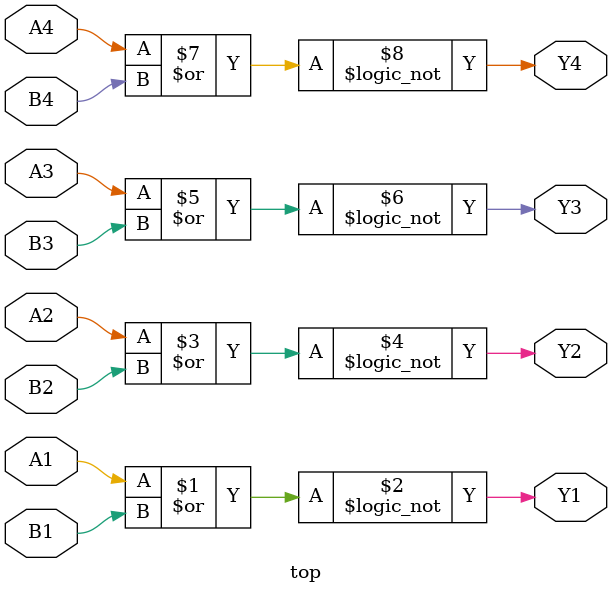
<source format=v>

/*
 * 74x02: Quad 2-input NOR gate
 */
module top(A1, B1, Y1,
           A2, B2, Y2,
           A3, B3, Y3,
           A4, B4, Y4);

   (* LOC = "FB1_1" *) input A1;
   (* LOC = "FB1_2" *) input B1;
   (* LOC = "FB1_3" *) output Y1;

   (* LOC = "FB1_4" *) input A2;
   (* LOC = "FB1_5" *) input B2;
   (* LOC = "FB1_6" *) output Y2;

   (* LOC = "FB1_7" *) input A3;
   (* LOC = "FB1_8" *) input B3;
   (* LOC = "FB1_9" *) output Y3;

   (* LOC = "FB1_10" *) input A4;
   (* LOC = "FB1_11" *) input B4;
   (* LOC = "FB1_12" *) output Y4;

   assign Y1 = !(A1 | B1);
   assign Y2 = !(A2 | B2);
   assign Y3 = !(A3 | B3);
   assign Y4 = !(A4 | B4);

endmodule

</source>
